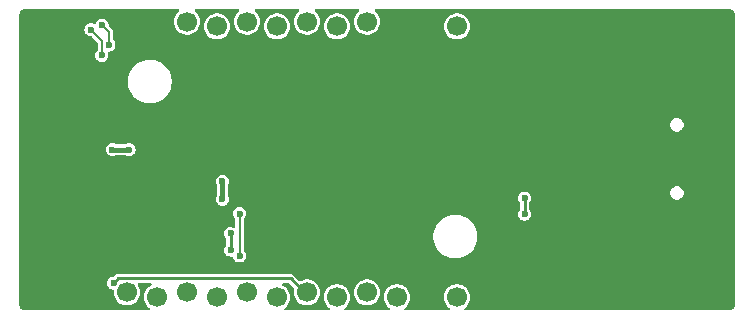
<source format=gbl>
G04 #@! TF.GenerationSoftware,KiCad,Pcbnew,8.0.1-8.0.1-1~ubuntu22.04.1*
G04 #@! TF.CreationDate,2024-09-10T20:50:46+02:00*
G04 #@! TF.ProjectId,NerdNOS,4e657264-4e4f-4532-9e6b-696361645f70,rev?*
G04 #@! TF.SameCoordinates,Original*
G04 #@! TF.FileFunction,Copper,L2,Bot*
G04 #@! TF.FilePolarity,Positive*
%FSLAX46Y46*%
G04 Gerber Fmt 4.6, Leading zero omitted, Abs format (unit mm)*
G04 Created by KiCad (PCBNEW 8.0.1-8.0.1-1~ubuntu22.04.1) date 2024-09-10 20:50:46*
%MOMM*%
%LPD*%
G01*
G04 APERTURE LIST*
G04 #@! TA.AperFunction,ComponentPad*
%ADD10C,1.700000*%
G04 #@! TD*
G04 #@! TA.AperFunction,ComponentPad*
%ADD11O,2.100000X1.000000*%
G04 #@! TD*
G04 #@! TA.AperFunction,ComponentPad*
%ADD12O,1.800000X1.000000*%
G04 #@! TD*
G04 #@! TA.AperFunction,ViaPad*
%ADD13C,0.600000*%
G04 #@! TD*
G04 #@! TA.AperFunction,Conductor*
%ADD14C,0.400000*%
G04 #@! TD*
G04 #@! TA.AperFunction,Conductor*
%ADD15C,0.254000*%
G04 #@! TD*
G04 #@! TA.AperFunction,Conductor*
%ADD16C,0.200000*%
G04 #@! TD*
G04 APERTURE END LIST*
D10*
X89440000Y-77490000D03*
X91980000Y-77890000D03*
X94520000Y-77490000D03*
X97060000Y-77890000D03*
X99600000Y-77490000D03*
X102140000Y-77890000D03*
X104680000Y-77490000D03*
X107220000Y-77890000D03*
X109760000Y-77490000D03*
X112300000Y-77890000D03*
X114840000Y-77490000D03*
X117380000Y-77890000D03*
X117380000Y-54970000D03*
X114840000Y-54570000D03*
X112300000Y-54970000D03*
X109760000Y-54570000D03*
X107220000Y-54970000D03*
X104680000Y-54570000D03*
X102140000Y-54970000D03*
X99600000Y-54570000D03*
X97060000Y-54970000D03*
X94520000Y-54570000D03*
X91980000Y-54970000D03*
X89440000Y-54570000D03*
D11*
X135485000Y-70510000D03*
D12*
X139665000Y-70510000D03*
D11*
X135485000Y-61870000D03*
D12*
X139665000Y-61870000D03*
D13*
X88200000Y-65400000D03*
X89600000Y-65400000D03*
X98200000Y-73900000D03*
X98200000Y-72500000D03*
X124300000Y-67200000D03*
X131300000Y-68300000D03*
X125600000Y-66300000D03*
X99400000Y-65100000D03*
X104050000Y-65700000D03*
X101050000Y-64700000D03*
X88837500Y-73500000D03*
X105050000Y-66700000D03*
X88700000Y-69750001D03*
X127200000Y-67800000D03*
X125000000Y-65800000D03*
X122900000Y-65100000D03*
X104050000Y-64700000D03*
X105050000Y-63700000D03*
X124300000Y-65100000D03*
X101050000Y-68700000D03*
X122900000Y-65800000D03*
X104800000Y-59300000D03*
X102050000Y-66700000D03*
X103050000Y-63700000D03*
X121250000Y-68450000D03*
X103050000Y-68700000D03*
X103050000Y-64700000D03*
X105050000Y-68700000D03*
X123600000Y-65100000D03*
X106600000Y-59300008D03*
X104050000Y-63700000D03*
X104050000Y-66700000D03*
X101050000Y-65700000D03*
X127700000Y-67300000D03*
X93337500Y-74450001D03*
X85703276Y-56567732D03*
X101050000Y-63700000D03*
X122000000Y-68450000D03*
X128500000Y-68300000D03*
X119000000Y-68450000D03*
X102050000Y-64700000D03*
X92150604Y-66912971D03*
X100800000Y-60020000D03*
X125150000Y-70850000D03*
X130600000Y-68300000D03*
X118200000Y-68500000D03*
X103050000Y-66700000D03*
X105050000Y-67700000D03*
X133800000Y-66290000D03*
X125000000Y-65100000D03*
X125000000Y-67200000D03*
X105050000Y-64700000D03*
X100700000Y-72480000D03*
X102050000Y-68700000D03*
X120500000Y-68450000D03*
X116700000Y-68500000D03*
X92295000Y-65515000D03*
X117450000Y-68500000D03*
X101050000Y-67700000D03*
X119750000Y-68450000D03*
X104050000Y-68700000D03*
X103050000Y-67700000D03*
X104050000Y-67700000D03*
X129200000Y-68300000D03*
X84650000Y-60164644D03*
X106600000Y-73100000D03*
X115900000Y-68500000D03*
X102050000Y-67700000D03*
X105050000Y-65700000D03*
X133800000Y-65390000D03*
X129900000Y-68300000D03*
X124300000Y-65800000D03*
X132000000Y-68300000D03*
X102050000Y-63700000D03*
X123600000Y-65800000D03*
X101050000Y-66700000D03*
X102050000Y-65700000D03*
X103050000Y-65700000D03*
X93400000Y-70400002D03*
X86500000Y-68029999D03*
X97500000Y-68100000D03*
X97500000Y-69600000D03*
X123100000Y-69499996D03*
X123100000Y-70854000D03*
X87900000Y-56550000D03*
X87327674Y-54864687D03*
X98966669Y-74400000D03*
X98966669Y-70820000D03*
X86371817Y-55246412D03*
X87300000Y-57432774D03*
X88300000Y-76700000D03*
D14*
X88200000Y-65400000D02*
X89600000Y-65400000D01*
D15*
X104680000Y-77690000D02*
X103290000Y-76300000D01*
X103290000Y-76300000D02*
X88700000Y-76300000D01*
X88700000Y-76300000D02*
X88300000Y-76700000D01*
X98200000Y-73900000D02*
X98200000Y-72500000D01*
D14*
X97500000Y-69600000D02*
X97500000Y-68100000D01*
D15*
X123100000Y-70854000D02*
X123100000Y-69499996D01*
D16*
X87900000Y-55437013D02*
X87327674Y-54864687D01*
X87900000Y-56550000D02*
X87900000Y-55437013D01*
X98966669Y-70820000D02*
X98966669Y-74400000D01*
X87300000Y-56174595D02*
X87300000Y-57432774D01*
X86371817Y-55246412D02*
X87300000Y-56174595D01*
G04 #@! TA.AperFunction,Conductor*
G36*
X93807164Y-53519685D02*
G01*
X93852919Y-53572489D01*
X93862863Y-53641647D01*
X93833838Y-53705203D01*
X93823663Y-53715637D01*
X93703237Y-53825418D01*
X93580327Y-53988178D01*
X93489422Y-54170739D01*
X93489417Y-54170752D01*
X93433602Y-54366917D01*
X93414785Y-54569999D01*
X93414785Y-54570000D01*
X93433602Y-54773082D01*
X93489417Y-54969247D01*
X93489422Y-54969260D01*
X93580327Y-55151821D01*
X93703237Y-55314581D01*
X93853958Y-55451980D01*
X93853960Y-55451982D01*
X93953141Y-55513392D01*
X94027363Y-55559348D01*
X94217544Y-55633024D01*
X94418024Y-55670500D01*
X94418026Y-55670500D01*
X94621974Y-55670500D01*
X94621976Y-55670500D01*
X94822456Y-55633024D01*
X95012637Y-55559348D01*
X95186041Y-55451981D01*
X95336764Y-55314579D01*
X95459673Y-55151821D01*
X95550209Y-54970000D01*
X95954785Y-54970000D01*
X95973602Y-55173082D01*
X96029417Y-55369247D01*
X96029422Y-55369260D01*
X96120327Y-55551821D01*
X96243237Y-55714581D01*
X96393958Y-55851980D01*
X96393960Y-55851982D01*
X96493141Y-55913392D01*
X96567363Y-55959348D01*
X96757544Y-56033024D01*
X96958024Y-56070500D01*
X96958026Y-56070500D01*
X97161974Y-56070500D01*
X97161976Y-56070500D01*
X97362456Y-56033024D01*
X97552637Y-55959348D01*
X97726041Y-55851981D01*
X97876764Y-55714579D01*
X97999673Y-55551821D01*
X98090582Y-55369250D01*
X98146397Y-55173083D01*
X98165215Y-54970000D01*
X98165146Y-54969260D01*
X98146397Y-54766917D01*
X98125830Y-54694632D01*
X98090582Y-54570750D01*
X98090208Y-54569999D01*
X98046272Y-54481764D01*
X97999673Y-54388179D01*
X97876764Y-54225421D01*
X97876762Y-54225418D01*
X97726041Y-54088019D01*
X97726039Y-54088017D01*
X97552642Y-53980655D01*
X97552635Y-53980651D01*
X97397817Y-53920675D01*
X97362456Y-53906976D01*
X97161976Y-53869500D01*
X96958024Y-53869500D01*
X96757544Y-53906976D01*
X96757541Y-53906976D01*
X96757541Y-53906977D01*
X96567364Y-53980651D01*
X96567357Y-53980655D01*
X96393960Y-54088017D01*
X96393958Y-54088019D01*
X96243237Y-54225418D01*
X96120327Y-54388178D01*
X96029422Y-54570739D01*
X96029417Y-54570752D01*
X95973602Y-54766917D01*
X95954785Y-54969999D01*
X95954785Y-54970000D01*
X95550209Y-54970000D01*
X95550582Y-54969250D01*
X95606397Y-54773083D01*
X95625215Y-54570000D01*
X95606397Y-54366917D01*
X95550582Y-54170750D01*
X95459673Y-53988179D01*
X95336764Y-53825421D01*
X95336762Y-53825418D01*
X95216337Y-53715637D01*
X95180055Y-53655926D01*
X95181816Y-53586078D01*
X95221059Y-53528271D01*
X95285326Y-53500856D01*
X95299875Y-53500000D01*
X98820125Y-53500000D01*
X98887164Y-53519685D01*
X98932919Y-53572489D01*
X98942863Y-53641647D01*
X98913838Y-53705203D01*
X98903663Y-53715637D01*
X98783237Y-53825418D01*
X98660327Y-53988178D01*
X98569422Y-54170739D01*
X98569417Y-54170752D01*
X98513602Y-54366917D01*
X98494785Y-54569999D01*
X98494785Y-54570000D01*
X98513602Y-54773082D01*
X98569417Y-54969247D01*
X98569422Y-54969260D01*
X98660327Y-55151821D01*
X98783237Y-55314581D01*
X98933958Y-55451980D01*
X98933960Y-55451982D01*
X99033141Y-55513392D01*
X99107363Y-55559348D01*
X99297544Y-55633024D01*
X99498024Y-55670500D01*
X99498026Y-55670500D01*
X99701974Y-55670500D01*
X99701976Y-55670500D01*
X99902456Y-55633024D01*
X100092637Y-55559348D01*
X100266041Y-55451981D01*
X100416764Y-55314579D01*
X100539673Y-55151821D01*
X100630209Y-54970000D01*
X101034785Y-54970000D01*
X101053602Y-55173082D01*
X101109417Y-55369247D01*
X101109422Y-55369260D01*
X101200327Y-55551821D01*
X101323237Y-55714581D01*
X101473958Y-55851980D01*
X101473960Y-55851982D01*
X101573141Y-55913392D01*
X101647363Y-55959348D01*
X101837544Y-56033024D01*
X102038024Y-56070500D01*
X102038026Y-56070500D01*
X102241974Y-56070500D01*
X102241976Y-56070500D01*
X102442456Y-56033024D01*
X102632637Y-55959348D01*
X102806041Y-55851981D01*
X102956764Y-55714579D01*
X103079673Y-55551821D01*
X103170582Y-55369250D01*
X103226397Y-55173083D01*
X103245215Y-54970000D01*
X103245146Y-54969260D01*
X103226397Y-54766917D01*
X103205830Y-54694632D01*
X103170582Y-54570750D01*
X103170208Y-54569999D01*
X103126272Y-54481764D01*
X103079673Y-54388179D01*
X102956764Y-54225421D01*
X102956762Y-54225418D01*
X102806041Y-54088019D01*
X102806039Y-54088017D01*
X102632642Y-53980655D01*
X102632635Y-53980651D01*
X102477817Y-53920675D01*
X102442456Y-53906976D01*
X102241976Y-53869500D01*
X102038024Y-53869500D01*
X101837544Y-53906976D01*
X101837541Y-53906976D01*
X101837541Y-53906977D01*
X101647364Y-53980651D01*
X101647357Y-53980655D01*
X101473960Y-54088017D01*
X101473958Y-54088019D01*
X101323237Y-54225418D01*
X101200327Y-54388178D01*
X101109422Y-54570739D01*
X101109417Y-54570752D01*
X101053602Y-54766917D01*
X101034785Y-54969999D01*
X101034785Y-54970000D01*
X100630209Y-54970000D01*
X100630582Y-54969250D01*
X100686397Y-54773083D01*
X100705215Y-54570000D01*
X100686397Y-54366917D01*
X100630582Y-54170750D01*
X100539673Y-53988179D01*
X100416764Y-53825421D01*
X100416762Y-53825418D01*
X100296337Y-53715637D01*
X100260055Y-53655926D01*
X100261816Y-53586078D01*
X100301059Y-53528271D01*
X100365326Y-53500856D01*
X100379875Y-53500000D01*
X103900125Y-53500000D01*
X103967164Y-53519685D01*
X104012919Y-53572489D01*
X104022863Y-53641647D01*
X103993838Y-53705203D01*
X103983663Y-53715637D01*
X103863237Y-53825418D01*
X103740327Y-53988178D01*
X103649422Y-54170739D01*
X103649417Y-54170752D01*
X103593602Y-54366917D01*
X103574785Y-54569999D01*
X103574785Y-54570000D01*
X103593602Y-54773082D01*
X103649417Y-54969247D01*
X103649422Y-54969260D01*
X103740327Y-55151821D01*
X103863237Y-55314581D01*
X104013958Y-55451980D01*
X104013960Y-55451982D01*
X104113141Y-55513392D01*
X104187363Y-55559348D01*
X104377544Y-55633024D01*
X104578024Y-55670500D01*
X104578026Y-55670500D01*
X104781974Y-55670500D01*
X104781976Y-55670500D01*
X104982456Y-55633024D01*
X105172637Y-55559348D01*
X105346041Y-55451981D01*
X105496764Y-55314579D01*
X105619673Y-55151821D01*
X105710209Y-54970000D01*
X106114785Y-54970000D01*
X106133602Y-55173082D01*
X106189417Y-55369247D01*
X106189422Y-55369260D01*
X106280327Y-55551821D01*
X106403237Y-55714581D01*
X106553958Y-55851980D01*
X106553960Y-55851982D01*
X106653141Y-55913392D01*
X106727363Y-55959348D01*
X106917544Y-56033024D01*
X107118024Y-56070500D01*
X107118026Y-56070500D01*
X107321974Y-56070500D01*
X107321976Y-56070500D01*
X107522456Y-56033024D01*
X107712637Y-55959348D01*
X107886041Y-55851981D01*
X108036764Y-55714579D01*
X108159673Y-55551821D01*
X108250582Y-55369250D01*
X108306397Y-55173083D01*
X108325215Y-54970000D01*
X108325146Y-54969260D01*
X108306397Y-54766917D01*
X108285830Y-54694632D01*
X108250582Y-54570750D01*
X108250208Y-54569999D01*
X108206272Y-54481764D01*
X108159673Y-54388179D01*
X108036764Y-54225421D01*
X108036762Y-54225418D01*
X107886041Y-54088019D01*
X107886039Y-54088017D01*
X107712642Y-53980655D01*
X107712635Y-53980651D01*
X107557817Y-53920675D01*
X107522456Y-53906976D01*
X107321976Y-53869500D01*
X107118024Y-53869500D01*
X106917544Y-53906976D01*
X106917541Y-53906976D01*
X106917541Y-53906977D01*
X106727364Y-53980651D01*
X106727357Y-53980655D01*
X106553960Y-54088017D01*
X106553958Y-54088019D01*
X106403237Y-54225418D01*
X106280327Y-54388178D01*
X106189422Y-54570739D01*
X106189417Y-54570752D01*
X106133602Y-54766917D01*
X106114785Y-54969999D01*
X106114785Y-54970000D01*
X105710209Y-54970000D01*
X105710582Y-54969250D01*
X105766397Y-54773083D01*
X105785215Y-54570000D01*
X105766397Y-54366917D01*
X105710582Y-54170750D01*
X105619673Y-53988179D01*
X105496764Y-53825421D01*
X105496762Y-53825418D01*
X105376337Y-53715637D01*
X105340055Y-53655926D01*
X105341816Y-53586078D01*
X105381059Y-53528271D01*
X105445326Y-53500856D01*
X105459875Y-53500000D01*
X108980125Y-53500000D01*
X109047164Y-53519685D01*
X109092919Y-53572489D01*
X109102863Y-53641647D01*
X109073838Y-53705203D01*
X109063663Y-53715637D01*
X108943237Y-53825418D01*
X108820327Y-53988178D01*
X108729422Y-54170739D01*
X108729417Y-54170752D01*
X108673602Y-54366917D01*
X108654785Y-54569999D01*
X108654785Y-54570000D01*
X108673602Y-54773082D01*
X108729417Y-54969247D01*
X108729422Y-54969260D01*
X108820327Y-55151821D01*
X108943237Y-55314581D01*
X109093958Y-55451980D01*
X109093960Y-55451982D01*
X109193141Y-55513392D01*
X109267363Y-55559348D01*
X109457544Y-55633024D01*
X109658024Y-55670500D01*
X109658026Y-55670500D01*
X109861974Y-55670500D01*
X109861976Y-55670500D01*
X110062456Y-55633024D01*
X110252637Y-55559348D01*
X110426041Y-55451981D01*
X110576764Y-55314579D01*
X110699673Y-55151821D01*
X110790209Y-54970000D01*
X116274785Y-54970000D01*
X116293602Y-55173082D01*
X116349417Y-55369247D01*
X116349422Y-55369260D01*
X116440327Y-55551821D01*
X116563237Y-55714581D01*
X116713958Y-55851980D01*
X116713960Y-55851982D01*
X116813141Y-55913392D01*
X116887363Y-55959348D01*
X117077544Y-56033024D01*
X117278024Y-56070500D01*
X117278026Y-56070500D01*
X117481974Y-56070500D01*
X117481976Y-56070500D01*
X117682456Y-56033024D01*
X117872637Y-55959348D01*
X118046041Y-55851981D01*
X118196764Y-55714579D01*
X118319673Y-55551821D01*
X118410582Y-55369250D01*
X118466397Y-55173083D01*
X118485215Y-54970000D01*
X118485146Y-54969260D01*
X118466397Y-54766917D01*
X118445830Y-54694632D01*
X118410582Y-54570750D01*
X118410208Y-54569999D01*
X118366272Y-54481764D01*
X118319673Y-54388179D01*
X118196764Y-54225421D01*
X118196762Y-54225418D01*
X118046041Y-54088019D01*
X118046039Y-54088017D01*
X117872642Y-53980655D01*
X117872635Y-53980651D01*
X117717817Y-53920675D01*
X117682456Y-53906976D01*
X117481976Y-53869500D01*
X117278024Y-53869500D01*
X117077544Y-53906976D01*
X117077541Y-53906976D01*
X117077541Y-53906977D01*
X116887364Y-53980651D01*
X116887357Y-53980655D01*
X116713960Y-54088017D01*
X116713958Y-54088019D01*
X116563237Y-54225418D01*
X116440327Y-54388178D01*
X116349422Y-54570739D01*
X116349417Y-54570752D01*
X116293602Y-54766917D01*
X116274785Y-54969999D01*
X116274785Y-54970000D01*
X110790209Y-54970000D01*
X110790582Y-54969250D01*
X110846397Y-54773083D01*
X110865215Y-54570000D01*
X110846397Y-54366917D01*
X110790582Y-54170750D01*
X110699673Y-53988179D01*
X110576764Y-53825421D01*
X110576762Y-53825418D01*
X110456337Y-53715637D01*
X110420055Y-53655926D01*
X110421816Y-53586078D01*
X110461059Y-53528271D01*
X110525326Y-53500856D01*
X110539875Y-53500000D01*
X140397978Y-53500000D01*
X140402021Y-53500066D01*
X140406710Y-53500218D01*
X140451282Y-53501673D01*
X140479325Y-53505831D01*
X140576403Y-53531843D01*
X140606301Y-53544227D01*
X140691558Y-53593450D01*
X140717237Y-53613155D01*
X140786844Y-53682762D01*
X140806550Y-53708443D01*
X140855770Y-53793694D01*
X140868158Y-53823601D01*
X140894167Y-53920670D01*
X140898326Y-53948717D01*
X140899934Y-53997975D01*
X140900000Y-54002021D01*
X140900000Y-78497978D01*
X140899934Y-78502024D01*
X140898326Y-78551282D01*
X140894167Y-78579329D01*
X140868158Y-78676398D01*
X140855770Y-78706305D01*
X140806550Y-78791556D01*
X140786844Y-78817237D01*
X140717237Y-78886844D01*
X140691556Y-78906550D01*
X140606305Y-78955770D01*
X140576398Y-78968158D01*
X140479329Y-78994167D01*
X140451282Y-78998326D01*
X140406973Y-78999772D01*
X140402020Y-78999934D01*
X140397978Y-79000000D01*
X118113593Y-79000000D01*
X118046554Y-78980315D01*
X118000799Y-78927511D01*
X117990855Y-78858353D01*
X118019880Y-78794797D01*
X118041911Y-78776028D01*
X118041465Y-78775437D01*
X118046033Y-78771985D01*
X118046041Y-78771981D01*
X118196764Y-78634579D01*
X118319673Y-78471821D01*
X118410582Y-78289250D01*
X118466397Y-78093083D01*
X118485215Y-77890000D01*
X118485146Y-77889260D01*
X118466397Y-77686917D01*
X118410582Y-77490750D01*
X118410208Y-77489999D01*
X118332341Y-77333620D01*
X118319673Y-77308179D01*
X118223154Y-77180367D01*
X118196762Y-77145418D01*
X118046041Y-77008019D01*
X118046039Y-77008017D01*
X117872642Y-76900655D01*
X117872635Y-76900651D01*
X117725649Y-76843709D01*
X117682456Y-76826976D01*
X117481976Y-76789500D01*
X117278024Y-76789500D01*
X117077544Y-76826976D01*
X117077541Y-76826976D01*
X117077541Y-76826977D01*
X116887364Y-76900651D01*
X116887357Y-76900655D01*
X116713960Y-77008017D01*
X116713958Y-77008019D01*
X116563237Y-77145418D01*
X116440327Y-77308178D01*
X116349422Y-77490739D01*
X116349417Y-77490752D01*
X116293602Y-77686917D01*
X116274785Y-77889999D01*
X116274785Y-77890000D01*
X116293602Y-78093082D01*
X116349417Y-78289247D01*
X116349422Y-78289260D01*
X116440327Y-78471821D01*
X116563237Y-78634581D01*
X116713958Y-78771980D01*
X116718535Y-78775437D01*
X116717396Y-78776944D01*
X116758322Y-78822606D01*
X116769423Y-78891588D01*
X116741468Y-78955621D01*
X116683331Y-78994375D01*
X116646407Y-79000000D01*
X113033593Y-79000000D01*
X112966554Y-78980315D01*
X112920799Y-78927511D01*
X112910855Y-78858353D01*
X112939880Y-78794797D01*
X112961911Y-78776028D01*
X112961465Y-78775437D01*
X112966033Y-78771985D01*
X112966041Y-78771981D01*
X113116764Y-78634579D01*
X113239673Y-78471821D01*
X113330582Y-78289250D01*
X113386397Y-78093083D01*
X113405215Y-77890000D01*
X113405146Y-77889260D01*
X113386397Y-77686917D01*
X113330582Y-77490750D01*
X113330208Y-77489999D01*
X113252341Y-77333620D01*
X113239673Y-77308179D01*
X113143154Y-77180367D01*
X113116762Y-77145418D01*
X112966041Y-77008019D01*
X112966039Y-77008017D01*
X112792642Y-76900655D01*
X112792635Y-76900651D01*
X112645649Y-76843709D01*
X112602456Y-76826976D01*
X112401976Y-76789500D01*
X112198024Y-76789500D01*
X111997544Y-76826976D01*
X111997541Y-76826976D01*
X111997541Y-76826977D01*
X111807364Y-76900651D01*
X111807357Y-76900655D01*
X111633960Y-77008017D01*
X111633958Y-77008019D01*
X111483237Y-77145418D01*
X111360327Y-77308178D01*
X111269422Y-77490739D01*
X111269417Y-77490752D01*
X111213602Y-77686917D01*
X111194785Y-77889999D01*
X111194785Y-77890000D01*
X111213602Y-78093082D01*
X111269417Y-78289247D01*
X111269422Y-78289260D01*
X111360327Y-78471821D01*
X111483237Y-78634581D01*
X111633958Y-78771980D01*
X111638535Y-78775437D01*
X111637396Y-78776944D01*
X111678322Y-78822606D01*
X111689423Y-78891588D01*
X111661468Y-78955621D01*
X111603331Y-78994375D01*
X111566407Y-79000000D01*
X107953593Y-79000000D01*
X107886554Y-78980315D01*
X107840799Y-78927511D01*
X107830855Y-78858353D01*
X107859880Y-78794797D01*
X107881911Y-78776028D01*
X107881465Y-78775437D01*
X107886033Y-78771985D01*
X107886041Y-78771981D01*
X108036764Y-78634579D01*
X108159673Y-78471821D01*
X108250582Y-78289250D01*
X108306397Y-78093083D01*
X108325215Y-77890000D01*
X108325146Y-77889260D01*
X108306397Y-77686917D01*
X108250582Y-77490750D01*
X108250208Y-77490000D01*
X108654785Y-77490000D01*
X108673602Y-77693082D01*
X108729417Y-77889247D01*
X108729422Y-77889260D01*
X108820327Y-78071821D01*
X108943237Y-78234581D01*
X109093958Y-78371980D01*
X109093960Y-78371982D01*
X109193141Y-78433392D01*
X109267363Y-78479348D01*
X109457544Y-78553024D01*
X109658024Y-78590500D01*
X109658026Y-78590500D01*
X109861974Y-78590500D01*
X109861976Y-78590500D01*
X110062456Y-78553024D01*
X110252637Y-78479348D01*
X110426041Y-78371981D01*
X110576764Y-78234579D01*
X110699673Y-78071821D01*
X110790582Y-77889250D01*
X110846397Y-77693083D01*
X110865215Y-77490000D01*
X110846397Y-77286917D01*
X110790582Y-77090750D01*
X110699673Y-76908179D01*
X110576764Y-76745421D01*
X110576762Y-76745418D01*
X110426041Y-76608019D01*
X110426039Y-76608017D01*
X110252642Y-76500655D01*
X110252635Y-76500651D01*
X110157546Y-76463814D01*
X110062456Y-76426976D01*
X109861976Y-76389500D01*
X109658024Y-76389500D01*
X109457544Y-76426976D01*
X109457541Y-76426976D01*
X109457541Y-76426977D01*
X109267364Y-76500651D01*
X109267357Y-76500655D01*
X109093960Y-76608017D01*
X109093958Y-76608019D01*
X108943237Y-76745418D01*
X108820327Y-76908178D01*
X108729422Y-77090739D01*
X108729417Y-77090752D01*
X108673602Y-77286917D01*
X108654785Y-77489999D01*
X108654785Y-77490000D01*
X108250208Y-77490000D01*
X108250208Y-77489999D01*
X108172341Y-77333620D01*
X108159673Y-77308179D01*
X108063154Y-77180367D01*
X108036762Y-77145418D01*
X107886041Y-77008019D01*
X107886039Y-77008017D01*
X107712642Y-76900655D01*
X107712635Y-76900651D01*
X107565649Y-76843709D01*
X107522456Y-76826976D01*
X107321976Y-76789500D01*
X107118024Y-76789500D01*
X106917544Y-76826976D01*
X106917541Y-76826976D01*
X106917541Y-76826977D01*
X106727364Y-76900651D01*
X106727357Y-76900655D01*
X106553960Y-77008017D01*
X106553958Y-77008019D01*
X106403237Y-77145418D01*
X106280327Y-77308178D01*
X106189422Y-77490739D01*
X106189417Y-77490752D01*
X106133602Y-77686917D01*
X106114785Y-77889999D01*
X106114785Y-77890000D01*
X106133602Y-78093082D01*
X106189417Y-78289247D01*
X106189422Y-78289260D01*
X106280327Y-78471821D01*
X106403237Y-78634581D01*
X106553958Y-78771980D01*
X106558535Y-78775437D01*
X106557396Y-78776944D01*
X106598322Y-78822606D01*
X106609423Y-78891588D01*
X106581468Y-78955621D01*
X106523331Y-78994375D01*
X106486407Y-79000000D01*
X102873593Y-79000000D01*
X102806554Y-78980315D01*
X102760799Y-78927511D01*
X102750855Y-78858353D01*
X102779880Y-78794797D01*
X102801911Y-78776028D01*
X102801465Y-78775437D01*
X102806033Y-78771985D01*
X102806041Y-78771981D01*
X102956764Y-78634579D01*
X103079673Y-78471821D01*
X103170582Y-78289250D01*
X103226397Y-78093083D01*
X103245215Y-77890000D01*
X103245146Y-77889260D01*
X103226397Y-77686917D01*
X103170582Y-77490750D01*
X103170208Y-77489999D01*
X103092341Y-77333620D01*
X103079673Y-77308179D01*
X102983154Y-77180367D01*
X102956762Y-77145418D01*
X102806041Y-77008019D01*
X102806039Y-77008017D01*
X102642772Y-76906927D01*
X102596136Y-76854899D01*
X102585032Y-76785918D01*
X102612985Y-76721883D01*
X102671120Y-76683127D01*
X102708049Y-76677500D01*
X103082273Y-76677500D01*
X103149312Y-76697185D01*
X103169954Y-76713819D01*
X103575179Y-77119044D01*
X103608664Y-77180367D01*
X103606765Y-77240658D01*
X103593602Y-77286919D01*
X103574785Y-77489999D01*
X103574785Y-77490000D01*
X103593602Y-77693082D01*
X103649417Y-77889247D01*
X103649422Y-77889260D01*
X103740327Y-78071821D01*
X103863237Y-78234581D01*
X104013958Y-78371980D01*
X104013960Y-78371982D01*
X104113141Y-78433392D01*
X104187363Y-78479348D01*
X104377544Y-78553024D01*
X104578024Y-78590500D01*
X104578026Y-78590500D01*
X104781974Y-78590500D01*
X104781976Y-78590500D01*
X104982456Y-78553024D01*
X105172637Y-78479348D01*
X105346041Y-78371981D01*
X105496764Y-78234579D01*
X105619673Y-78071821D01*
X105710582Y-77889250D01*
X105766397Y-77693083D01*
X105785215Y-77490000D01*
X105766397Y-77286917D01*
X105710582Y-77090750D01*
X105619673Y-76908179D01*
X105496764Y-76745421D01*
X105496762Y-76745418D01*
X105346041Y-76608019D01*
X105346039Y-76608017D01*
X105172642Y-76500655D01*
X105172635Y-76500651D01*
X105077546Y-76463814D01*
X104982456Y-76426976D01*
X104781976Y-76389500D01*
X104578024Y-76389500D01*
X104377544Y-76426976D01*
X104377541Y-76426976D01*
X104377541Y-76426977D01*
X104187364Y-76500651D01*
X104187358Y-76500655D01*
X104170293Y-76511220D01*
X104102935Y-76529774D01*
X104036236Y-76508966D01*
X104017338Y-76493473D01*
X103521792Y-75997927D01*
X103521790Y-75997925D01*
X103435710Y-75948226D01*
X103339699Y-75922500D01*
X88650301Y-75922500D01*
X88554291Y-75948226D01*
X88517908Y-75969231D01*
X88517907Y-75969231D01*
X88468212Y-75997923D01*
X88468205Y-75997928D01*
X88354387Y-76111744D01*
X88293064Y-76145229D01*
X88282894Y-76147001D01*
X88156291Y-76163670D01*
X88156287Y-76163671D01*
X88022377Y-76219137D01*
X87907379Y-76307379D01*
X87819137Y-76422377D01*
X87763671Y-76556287D01*
X87763670Y-76556291D01*
X87744750Y-76699999D01*
X87744750Y-76700000D01*
X87763670Y-76843708D01*
X87763671Y-76843712D01*
X87819137Y-76977622D01*
X87819138Y-76977624D01*
X87819139Y-76977625D01*
X87907379Y-77092621D01*
X88022375Y-77180861D01*
X88156291Y-77236330D01*
X88237562Y-77247029D01*
X88301458Y-77275295D01*
X88339929Y-77333620D01*
X88344847Y-77381409D01*
X88334785Y-77489998D01*
X88334785Y-77490000D01*
X88353602Y-77693082D01*
X88409417Y-77889247D01*
X88409422Y-77889260D01*
X88500327Y-78071821D01*
X88623237Y-78234581D01*
X88773958Y-78371980D01*
X88773960Y-78371982D01*
X88873141Y-78433392D01*
X88947363Y-78479348D01*
X89137544Y-78553024D01*
X89338024Y-78590500D01*
X89338026Y-78590500D01*
X89541974Y-78590500D01*
X89541976Y-78590500D01*
X89742456Y-78553024D01*
X89932637Y-78479348D01*
X90106041Y-78371981D01*
X90256764Y-78234579D01*
X90379673Y-78071821D01*
X90470582Y-77889250D01*
X90526397Y-77693083D01*
X90545215Y-77490000D01*
X90526397Y-77286917D01*
X90470582Y-77090750D01*
X90379673Y-76908179D01*
X90355544Y-76876227D01*
X90330852Y-76810866D01*
X90345417Y-76742531D01*
X90394614Y-76692918D01*
X90454498Y-76677500D01*
X91411951Y-76677500D01*
X91478990Y-76697185D01*
X91524745Y-76749989D01*
X91534689Y-76819147D01*
X91505664Y-76882703D01*
X91477228Y-76906927D01*
X91313960Y-77008017D01*
X91313958Y-77008019D01*
X91163237Y-77145418D01*
X91040327Y-77308178D01*
X90949422Y-77490739D01*
X90949417Y-77490752D01*
X90893602Y-77686917D01*
X90874785Y-77889999D01*
X90874785Y-77890000D01*
X90893602Y-78093082D01*
X90949417Y-78289247D01*
X90949422Y-78289260D01*
X91040327Y-78471821D01*
X91163237Y-78634581D01*
X91313958Y-78771980D01*
X91318535Y-78775437D01*
X91317396Y-78776944D01*
X91358322Y-78822606D01*
X91369423Y-78891588D01*
X91341468Y-78955621D01*
X91283331Y-78994375D01*
X91246407Y-79000000D01*
X80802022Y-79000000D01*
X80797979Y-78999934D01*
X80792688Y-78999761D01*
X80748717Y-78998326D01*
X80720670Y-78994167D01*
X80623601Y-78968158D01*
X80593694Y-78955770D01*
X80508443Y-78906550D01*
X80482762Y-78886844D01*
X80413155Y-78817237D01*
X80393449Y-78791556D01*
X80382147Y-78771980D01*
X80344227Y-78706301D01*
X80331843Y-78676403D01*
X80305831Y-78579325D01*
X80301673Y-78551282D01*
X80300066Y-78502021D01*
X80300000Y-78497978D01*
X80300000Y-73900000D01*
X97644750Y-73900000D01*
X97657798Y-73999111D01*
X97663670Y-74043708D01*
X97663671Y-74043712D01*
X97719137Y-74177622D01*
X97719138Y-74177624D01*
X97719139Y-74177625D01*
X97807379Y-74292621D01*
X97922375Y-74380861D01*
X98056291Y-74436330D01*
X98200000Y-74455250D01*
X98292030Y-74443133D01*
X98361061Y-74453898D01*
X98413318Y-74500277D01*
X98426301Y-74536377D01*
X98428236Y-74535859D01*
X98430340Y-74543712D01*
X98485806Y-74677622D01*
X98485807Y-74677624D01*
X98485808Y-74677625D01*
X98574048Y-74792621D01*
X98689044Y-74880861D01*
X98822960Y-74936330D01*
X98949949Y-74953048D01*
X98966668Y-74955250D01*
X98966669Y-74955250D01*
X98966670Y-74955250D01*
X98981646Y-74953278D01*
X99110378Y-74936330D01*
X99244294Y-74880861D01*
X99359290Y-74792621D01*
X99447530Y-74677625D01*
X99502999Y-74543709D01*
X99521919Y-74400000D01*
X99502999Y-74256291D01*
X99466019Y-74167013D01*
X99447531Y-74122377D01*
X99447530Y-74122376D01*
X99447530Y-74122375D01*
X99359290Y-74007379D01*
X99359288Y-74007377D01*
X99359284Y-74007372D01*
X99353540Y-74001628D01*
X99356056Y-73999111D01*
X99324466Y-73955817D01*
X99317169Y-73913908D01*
X99317169Y-72881288D01*
X115379500Y-72881288D01*
X115411161Y-73121785D01*
X115473947Y-73356104D01*
X115538778Y-73512619D01*
X115566776Y-73580212D01*
X115688064Y-73790289D01*
X115688066Y-73790292D01*
X115688067Y-73790293D01*
X115835733Y-73982736D01*
X115835739Y-73982743D01*
X116007256Y-74154260D01*
X116007262Y-74154265D01*
X116199711Y-74301936D01*
X116409788Y-74423224D01*
X116633900Y-74516054D01*
X116868211Y-74578838D01*
X117048586Y-74602584D01*
X117108711Y-74610500D01*
X117108712Y-74610500D01*
X117351289Y-74610500D01*
X117399388Y-74604167D01*
X117591789Y-74578838D01*
X117826100Y-74516054D01*
X118050212Y-74423224D01*
X118260289Y-74301936D01*
X118452738Y-74154265D01*
X118624265Y-73982738D01*
X118771936Y-73790289D01*
X118893224Y-73580212D01*
X118986054Y-73356100D01*
X119048838Y-73121789D01*
X119080500Y-72881288D01*
X119080500Y-72638712D01*
X119048838Y-72398211D01*
X118986054Y-72163900D01*
X118893224Y-71939788D01*
X118771936Y-71729711D01*
X118624265Y-71537262D01*
X118624260Y-71537256D01*
X118452743Y-71365739D01*
X118452736Y-71365733D01*
X118260293Y-71218067D01*
X118260292Y-71218066D01*
X118260289Y-71218064D01*
X118050212Y-71096776D01*
X118050205Y-71096773D01*
X117826104Y-71003947D01*
X117591785Y-70941161D01*
X117351289Y-70909500D01*
X117351288Y-70909500D01*
X117108712Y-70909500D01*
X117108711Y-70909500D01*
X116868214Y-70941161D01*
X116633895Y-71003947D01*
X116409794Y-71096773D01*
X116409785Y-71096777D01*
X116199706Y-71218067D01*
X116007263Y-71365733D01*
X116007256Y-71365739D01*
X115835739Y-71537256D01*
X115835733Y-71537263D01*
X115688067Y-71729706D01*
X115566777Y-71939785D01*
X115566773Y-71939794D01*
X115473947Y-72163895D01*
X115411161Y-72398214D01*
X115379500Y-72638711D01*
X115379500Y-72881288D01*
X99317169Y-72881288D01*
X99317169Y-71306092D01*
X99336854Y-71239053D01*
X99354783Y-71219609D01*
X99353543Y-71218369D01*
X99359288Y-71212623D01*
X99359290Y-71212621D01*
X99447530Y-71097625D01*
X99502999Y-70963709D01*
X99517443Y-70854000D01*
X122544750Y-70854000D01*
X122563670Y-70997708D01*
X122563671Y-70997712D01*
X122619137Y-71131622D01*
X122619138Y-71131624D01*
X122619139Y-71131625D01*
X122707379Y-71246621D01*
X122822375Y-71334861D01*
X122956291Y-71390330D01*
X123083280Y-71407048D01*
X123099999Y-71409250D01*
X123100000Y-71409250D01*
X123100001Y-71409250D01*
X123114977Y-71407278D01*
X123243709Y-71390330D01*
X123377625Y-71334861D01*
X123492621Y-71246621D01*
X123580861Y-71131625D01*
X123636330Y-70997709D01*
X123655250Y-70854000D01*
X123636330Y-70710291D01*
X123580861Y-70576375D01*
X123554772Y-70542375D01*
X123503124Y-70475066D01*
X123477930Y-70409897D01*
X123477500Y-70399580D01*
X123477500Y-69954414D01*
X123497185Y-69887375D01*
X123503116Y-69878938D01*
X123580861Y-69777621D01*
X123636330Y-69643705D01*
X123655250Y-69499996D01*
X123636330Y-69356287D01*
X123580861Y-69222371D01*
X123529752Y-69155765D01*
X135409500Y-69155765D01*
X135448719Y-69302136D01*
X135479981Y-69356283D01*
X135524485Y-69433365D01*
X135631635Y-69540515D01*
X135762865Y-69616281D01*
X135909234Y-69655500D01*
X135909236Y-69655500D01*
X136060764Y-69655500D01*
X136060766Y-69655500D01*
X136207135Y-69616281D01*
X136338365Y-69540515D01*
X136445515Y-69433365D01*
X136521281Y-69302135D01*
X136560500Y-69155766D01*
X136560500Y-69004234D01*
X136521281Y-68857865D01*
X136445515Y-68726635D01*
X136338365Y-68619485D01*
X136272750Y-68581602D01*
X136207136Y-68543719D01*
X136133950Y-68524109D01*
X136060766Y-68504500D01*
X135909234Y-68504500D01*
X135762863Y-68543719D01*
X135631635Y-68619485D01*
X135631632Y-68619487D01*
X135524487Y-68726632D01*
X135524485Y-68726635D01*
X135448719Y-68857863D01*
X135409500Y-69004234D01*
X135409500Y-69155765D01*
X123529752Y-69155765D01*
X123492621Y-69107375D01*
X123377625Y-69019135D01*
X123377624Y-69019134D01*
X123377622Y-69019133D01*
X123243712Y-68963667D01*
X123243710Y-68963666D01*
X123243709Y-68963666D01*
X123171854Y-68954206D01*
X123100001Y-68944746D01*
X123099999Y-68944746D01*
X122956291Y-68963666D01*
X122956287Y-68963667D01*
X122822377Y-69019133D01*
X122707379Y-69107375D01*
X122619137Y-69222373D01*
X122563671Y-69356283D01*
X122563670Y-69356287D01*
X122550505Y-69456287D01*
X122544750Y-69499996D01*
X122560059Y-69616281D01*
X122563670Y-69643704D01*
X122563671Y-69643708D01*
X122619138Y-69777619D01*
X122619139Y-69777621D01*
X122696875Y-69878929D01*
X122722070Y-69944096D01*
X122722500Y-69954414D01*
X122722500Y-70399580D01*
X122702815Y-70466619D01*
X122696876Y-70475066D01*
X122619139Y-70576374D01*
X122619138Y-70576376D01*
X122563671Y-70710287D01*
X122563670Y-70710291D01*
X122544750Y-70853999D01*
X122544750Y-70854000D01*
X99517443Y-70854000D01*
X99521919Y-70820000D01*
X99502999Y-70676291D01*
X99466019Y-70587013D01*
X99447531Y-70542377D01*
X99447530Y-70542376D01*
X99447530Y-70542375D01*
X99359290Y-70427379D01*
X99244294Y-70339139D01*
X99244293Y-70339138D01*
X99244291Y-70339137D01*
X99110381Y-70283671D01*
X99110379Y-70283670D01*
X99110378Y-70283670D01*
X99038523Y-70274210D01*
X98966670Y-70264750D01*
X98966668Y-70264750D01*
X98822960Y-70283670D01*
X98822956Y-70283671D01*
X98689046Y-70339137D01*
X98574048Y-70427379D01*
X98485806Y-70542377D01*
X98430340Y-70676287D01*
X98430339Y-70676291D01*
X98411419Y-70820000D01*
X98427370Y-70941161D01*
X98430339Y-70963708D01*
X98430340Y-70963712D01*
X98485807Y-71097623D01*
X98485808Y-71097625D01*
X98574049Y-71212623D01*
X98579795Y-71218369D01*
X98577243Y-71220920D01*
X98608760Y-71263873D01*
X98616169Y-71306092D01*
X98616169Y-71890947D01*
X98596484Y-71957986D01*
X98543680Y-72003741D01*
X98474522Y-72013685D01*
X98444717Y-72005508D01*
X98343712Y-71963671D01*
X98343710Y-71963670D01*
X98343709Y-71963670D01*
X98271854Y-71954210D01*
X98200001Y-71944750D01*
X98199999Y-71944750D01*
X98056291Y-71963670D01*
X98056287Y-71963671D01*
X97922377Y-72019137D01*
X97807379Y-72107379D01*
X97719137Y-72222377D01*
X97663671Y-72356287D01*
X97663670Y-72356291D01*
X97644750Y-72500000D01*
X97663670Y-72643709D01*
X97719139Y-72777625D01*
X97796875Y-72878933D01*
X97822070Y-72944100D01*
X97822500Y-72954418D01*
X97822500Y-73445580D01*
X97802815Y-73512619D01*
X97796876Y-73521066D01*
X97719139Y-73622374D01*
X97719138Y-73622376D01*
X97663671Y-73756287D01*
X97663670Y-73756291D01*
X97644750Y-73900000D01*
X80300000Y-73900000D01*
X80300000Y-69600000D01*
X96944750Y-69600000D01*
X96963670Y-69743708D01*
X96963671Y-69743712D01*
X97019137Y-69877622D01*
X97019138Y-69877624D01*
X97019139Y-69877625D01*
X97107379Y-69992621D01*
X97222375Y-70080861D01*
X97356291Y-70136330D01*
X97483280Y-70153048D01*
X97499999Y-70155250D01*
X97500000Y-70155250D01*
X97500001Y-70155250D01*
X97514977Y-70153278D01*
X97643709Y-70136330D01*
X97777625Y-70080861D01*
X97892621Y-69992621D01*
X97980861Y-69877625D01*
X98036330Y-69743709D01*
X98055250Y-69600000D01*
X98036330Y-69456291D01*
X97980861Y-69322375D01*
X97976123Y-69316200D01*
X97950930Y-69251031D01*
X97950500Y-69240715D01*
X97950500Y-68459284D01*
X97970185Y-68392245D01*
X97976116Y-68383808D01*
X97980861Y-68377625D01*
X98036330Y-68243709D01*
X98055250Y-68100000D01*
X98036330Y-67956291D01*
X97980861Y-67822375D01*
X97892621Y-67707379D01*
X97777625Y-67619139D01*
X97777624Y-67619138D01*
X97777622Y-67619137D01*
X97643712Y-67563671D01*
X97643710Y-67563670D01*
X97643709Y-67563670D01*
X97571854Y-67554210D01*
X97500001Y-67544750D01*
X97499999Y-67544750D01*
X97356291Y-67563670D01*
X97356287Y-67563671D01*
X97222377Y-67619137D01*
X97107379Y-67707379D01*
X97019137Y-67822377D01*
X96963671Y-67956287D01*
X96963670Y-67956291D01*
X96944750Y-68099999D01*
X96944750Y-68100000D01*
X96963670Y-68243708D01*
X96963671Y-68243712D01*
X97019137Y-68377622D01*
X97019138Y-68377624D01*
X97019139Y-68377625D01*
X97023875Y-68383798D01*
X97049070Y-68448965D01*
X97049500Y-68459284D01*
X97049500Y-69240715D01*
X97029815Y-69307754D01*
X97023877Y-69316200D01*
X97019138Y-69322375D01*
X96963671Y-69456287D01*
X96963670Y-69456291D01*
X96944750Y-69599999D01*
X96944750Y-69600000D01*
X80300000Y-69600000D01*
X80300000Y-65400000D01*
X87644750Y-65400000D01*
X87663670Y-65543708D01*
X87663671Y-65543712D01*
X87719137Y-65677622D01*
X87719138Y-65677624D01*
X87719139Y-65677625D01*
X87807379Y-65792621D01*
X87922375Y-65880861D01*
X88056291Y-65936330D01*
X88183280Y-65953048D01*
X88199999Y-65955250D01*
X88200000Y-65955250D01*
X88200001Y-65955250D01*
X88214977Y-65953278D01*
X88343709Y-65936330D01*
X88477625Y-65880861D01*
X88477629Y-65880858D01*
X88483801Y-65876123D01*
X88548970Y-65850930D01*
X88559285Y-65850500D01*
X89240715Y-65850500D01*
X89307754Y-65870185D01*
X89316199Y-65876123D01*
X89322370Y-65880858D01*
X89322373Y-65880859D01*
X89322375Y-65880861D01*
X89456291Y-65936330D01*
X89583280Y-65953048D01*
X89599999Y-65955250D01*
X89600000Y-65955250D01*
X89600001Y-65955250D01*
X89614977Y-65953278D01*
X89743709Y-65936330D01*
X89877625Y-65880861D01*
X89992621Y-65792621D01*
X90080861Y-65677625D01*
X90136330Y-65543709D01*
X90155250Y-65400000D01*
X90136330Y-65256291D01*
X90080861Y-65122375D01*
X89992621Y-65007379D01*
X89877625Y-64919139D01*
X89877624Y-64919138D01*
X89877622Y-64919137D01*
X89743712Y-64863671D01*
X89743710Y-64863670D01*
X89743709Y-64863670D01*
X89671854Y-64854210D01*
X89600001Y-64844750D01*
X89599999Y-64844750D01*
X89456291Y-64863670D01*
X89456287Y-64863671D01*
X89322376Y-64919138D01*
X89322370Y-64919141D01*
X89316199Y-64923877D01*
X89251030Y-64949070D01*
X89240715Y-64949500D01*
X88559285Y-64949500D01*
X88492246Y-64929815D01*
X88483801Y-64923877D01*
X88477629Y-64919141D01*
X88477623Y-64919138D01*
X88343712Y-64863671D01*
X88343710Y-64863670D01*
X88343709Y-64863670D01*
X88271854Y-64854210D01*
X88200001Y-64844750D01*
X88199999Y-64844750D01*
X88056291Y-64863670D01*
X88056287Y-64863671D01*
X87922377Y-64919137D01*
X87807379Y-65007379D01*
X87719137Y-65122377D01*
X87663671Y-65256287D01*
X87663670Y-65256291D01*
X87644750Y-65399999D01*
X87644750Y-65400000D01*
X80300000Y-65400000D01*
X80300000Y-63375765D01*
X135409500Y-63375765D01*
X135448719Y-63522136D01*
X135486602Y-63587750D01*
X135524485Y-63653365D01*
X135631635Y-63760515D01*
X135762865Y-63836281D01*
X135909234Y-63875500D01*
X135909236Y-63875500D01*
X136060764Y-63875500D01*
X136060766Y-63875500D01*
X136207135Y-63836281D01*
X136338365Y-63760515D01*
X136445515Y-63653365D01*
X136521281Y-63522135D01*
X136560500Y-63375766D01*
X136560500Y-63224234D01*
X136521281Y-63077865D01*
X136445515Y-62946635D01*
X136338365Y-62839485D01*
X136272750Y-62801602D01*
X136207136Y-62763719D01*
X136133950Y-62744109D01*
X136060766Y-62724500D01*
X135909234Y-62724500D01*
X135762863Y-62763719D01*
X135631635Y-62839485D01*
X135631632Y-62839487D01*
X135524487Y-62946632D01*
X135524485Y-62946635D01*
X135448719Y-63077863D01*
X135409500Y-63224234D01*
X135409500Y-63375765D01*
X80300000Y-63375765D01*
X80300000Y-59761288D01*
X89519500Y-59761288D01*
X89551161Y-60001785D01*
X89613947Y-60236104D01*
X89706773Y-60460205D01*
X89706776Y-60460212D01*
X89828064Y-60670289D01*
X89828066Y-60670292D01*
X89828067Y-60670293D01*
X89975733Y-60862736D01*
X89975739Y-60862743D01*
X90147256Y-61034260D01*
X90147262Y-61034265D01*
X90339711Y-61181936D01*
X90549788Y-61303224D01*
X90773900Y-61396054D01*
X91008211Y-61458838D01*
X91188586Y-61482584D01*
X91248711Y-61490500D01*
X91248712Y-61490500D01*
X91491289Y-61490500D01*
X91539388Y-61484167D01*
X91731789Y-61458838D01*
X91966100Y-61396054D01*
X92190212Y-61303224D01*
X92400289Y-61181936D01*
X92592738Y-61034265D01*
X92764265Y-60862738D01*
X92911936Y-60670289D01*
X93033224Y-60460212D01*
X93126054Y-60236100D01*
X93188838Y-60001789D01*
X93220500Y-59761288D01*
X93220500Y-59518712D01*
X93188838Y-59278211D01*
X93126054Y-59043900D01*
X93033224Y-58819788D01*
X92911936Y-58609711D01*
X92764265Y-58417262D01*
X92764260Y-58417256D01*
X92592743Y-58245739D01*
X92592736Y-58245733D01*
X92400293Y-58098067D01*
X92400292Y-58098066D01*
X92400289Y-58098064D01*
X92190212Y-57976776D01*
X92171688Y-57969103D01*
X91966104Y-57883947D01*
X91848944Y-57852554D01*
X91731789Y-57821162D01*
X91731788Y-57821161D01*
X91731785Y-57821161D01*
X91491289Y-57789500D01*
X91491288Y-57789500D01*
X91248712Y-57789500D01*
X91248711Y-57789500D01*
X91008214Y-57821161D01*
X90773895Y-57883947D01*
X90549794Y-57976773D01*
X90549785Y-57976777D01*
X90339706Y-58098067D01*
X90147263Y-58245733D01*
X90147256Y-58245739D01*
X89975739Y-58417256D01*
X89975733Y-58417263D01*
X89828067Y-58609706D01*
X89706777Y-58819785D01*
X89706773Y-58819794D01*
X89613947Y-59043895D01*
X89551161Y-59278214D01*
X89519500Y-59518711D01*
X89519500Y-59761288D01*
X80300000Y-59761288D01*
X80300000Y-55246412D01*
X85816567Y-55246412D01*
X85835487Y-55390120D01*
X85835488Y-55390124D01*
X85890954Y-55524034D01*
X85890955Y-55524036D01*
X85890956Y-55524037D01*
X85979196Y-55639033D01*
X86094192Y-55727273D01*
X86228108Y-55782742D01*
X86371817Y-55801662D01*
X86379946Y-55801662D01*
X86379946Y-55805240D01*
X86432787Y-55813443D01*
X86467695Y-55837972D01*
X86913181Y-56283458D01*
X86946666Y-56344781D01*
X86949500Y-56371139D01*
X86949500Y-56946682D01*
X86929815Y-57013721D01*
X86911913Y-57033186D01*
X86913129Y-57034402D01*
X86907384Y-57040146D01*
X86819137Y-57155151D01*
X86763671Y-57289061D01*
X86763670Y-57289065D01*
X86744750Y-57432773D01*
X86744750Y-57432774D01*
X86763670Y-57576482D01*
X86763671Y-57576486D01*
X86819137Y-57710396D01*
X86819138Y-57710398D01*
X86819139Y-57710399D01*
X86907379Y-57825395D01*
X87022375Y-57913635D01*
X87156291Y-57969104D01*
X87283280Y-57985822D01*
X87299999Y-57988024D01*
X87300000Y-57988024D01*
X87300001Y-57988024D01*
X87314977Y-57986052D01*
X87443709Y-57969104D01*
X87577625Y-57913635D01*
X87692621Y-57825395D01*
X87780861Y-57710399D01*
X87836330Y-57576483D01*
X87855250Y-57432774D01*
X87836330Y-57289065D01*
X87829262Y-57272003D01*
X87821793Y-57202535D01*
X87853067Y-57140055D01*
X87913155Y-57104402D01*
X87927632Y-57101612D01*
X88043709Y-57086330D01*
X88177625Y-57030861D01*
X88292621Y-56942621D01*
X88380861Y-56827625D01*
X88436330Y-56693709D01*
X88455250Y-56550000D01*
X88436330Y-56406291D01*
X88380861Y-56272375D01*
X88292621Y-56157379D01*
X88292619Y-56157377D01*
X88292615Y-56157372D01*
X88286871Y-56151628D01*
X88289387Y-56149111D01*
X88257797Y-56105817D01*
X88250500Y-56063908D01*
X88250500Y-55390871D01*
X88250500Y-55390869D01*
X88226614Y-55301725D01*
X88208401Y-55270179D01*
X88180470Y-55221801D01*
X87919234Y-54960565D01*
X87885749Y-54899242D01*
X87884657Y-54872816D01*
X87882924Y-54872816D01*
X87882924Y-54864687D01*
X87881489Y-54853791D01*
X87864004Y-54720978D01*
X87808535Y-54587062D01*
X87720295Y-54472066D01*
X87605299Y-54383826D01*
X87605298Y-54383825D01*
X87605296Y-54383824D01*
X87471386Y-54328358D01*
X87471384Y-54328357D01*
X87471383Y-54328357D01*
X87399528Y-54318897D01*
X87327675Y-54309437D01*
X87327673Y-54309437D01*
X87183965Y-54328357D01*
X87183961Y-54328358D01*
X87050051Y-54383824D01*
X86935053Y-54472066D01*
X86846812Y-54587063D01*
X86802256Y-54694632D01*
X86758415Y-54749035D01*
X86692121Y-54771100D01*
X86640243Y-54761740D01*
X86515529Y-54710083D01*
X86515527Y-54710082D01*
X86515526Y-54710082D01*
X86398174Y-54694632D01*
X86371818Y-54691162D01*
X86371816Y-54691162D01*
X86228108Y-54710082D01*
X86228104Y-54710083D01*
X86094194Y-54765549D01*
X85979196Y-54853791D01*
X85890954Y-54968789D01*
X85835488Y-55102699D01*
X85835487Y-55102703D01*
X85816567Y-55246411D01*
X85816567Y-55246412D01*
X80300000Y-55246412D01*
X80300000Y-54002021D01*
X80300066Y-53997978D01*
X80301673Y-53948720D01*
X80301674Y-53948717D01*
X80301673Y-53948715D01*
X80305831Y-53920675D01*
X80331843Y-53823594D01*
X80344226Y-53793701D01*
X80393452Y-53708437D01*
X80413151Y-53682766D01*
X80482766Y-53613151D01*
X80508437Y-53593452D01*
X80593701Y-53544226D01*
X80623594Y-53531843D01*
X80720675Y-53505831D01*
X80748715Y-53501673D01*
X80793582Y-53500209D01*
X80797979Y-53500066D01*
X80802022Y-53500000D01*
X93740125Y-53500000D01*
X93807164Y-53519685D01*
G37*
G04 #@! TD.AperFunction*
M02*

</source>
